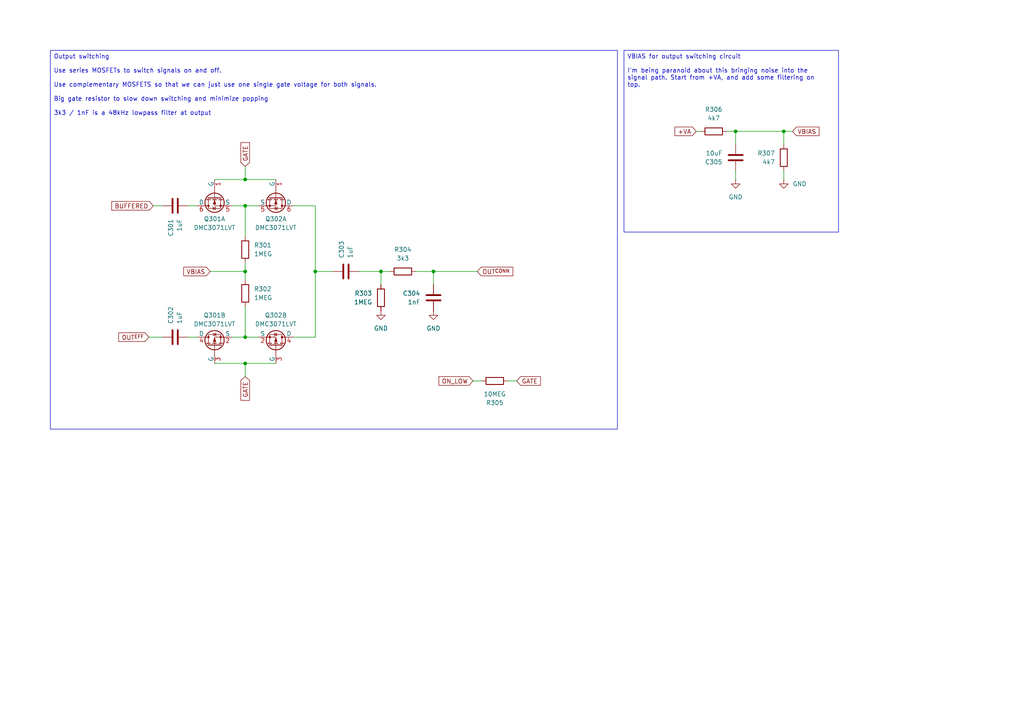
<source format=kicad_sch>
(kicad_sch (version 20250114) (generator "eeschema") (generator_version "9.0")
  (paper "A4")
  (lib_symbols
    (symbol "Device:C" (pin_numbers (hide yes)) (pin_names (offset 0.254))
      (property "Reference" "C" (at 0.635 2.54 0))
      (property "Value" "C" (at 0.635 -2.54 0))
      (symbol "C_0_1"
        (polyline (pts (xy -2.032 0.762) (xy 2.032 0.762)) (stroke (width 0.508)))
        (polyline (pts (xy -2.032 -0.762) (xy 2.032 -0.762)) (stroke (width 0.508)))
      )
      (symbol "C_1_1"
        (pin passive line (at 0 3.81 270) (length 2.794) (name "~") (number "1"))
        (pin passive line (at 0 -3.81 90) (length 2.794) (name "~") (number "2"))
      )
    )
    (symbol "Device:R" (pin_numbers (hide yes)) (pin_names (offset 0))
      (property "Reference" "R" (at 2.032 0 90))
      (property "Value" "R" (at 0 0 90))
      (symbol "R_0_1"
        (rectangle (start -1.016 -2.54) (end 1.016 2.54) (stroke (width 0.254)))
      )
      (symbol "R_1_1"
        (pin passive line (at 0 3.81 270) (length 1.27) (name "~") (number "1"))
        (pin passive line (at 0 -3.81 90) (length 1.27) (name "~") (number "2"))
      )
    )
    (symbol "Mylib:DMC3071LVT" (pin_names (offset 0))
      (property "Reference" "Q" (at 2.54 1.905 0))
      (property "Value" "DMC3071LVT" (at 2.54 0 0))
      (symbol "DMC3071LVT_0_1"
        (polyline (pts (xy -2.286 1.905) (xy -2.286 -1.905)) (stroke (width 0.254)))
        (polyline (pts (xy -2.286 0) (xy -5.08 0)))
        (polyline (pts (xy -1.778 2.286) (xy -1.778 1.27)) (stroke (width 0.254)))
        (polyline (pts (xy -1.778 0.508) (xy -1.778 -0.508)) (stroke (width 0.254)))
        (polyline (pts (xy -1.778 -1.27) (xy -1.778 -2.286)) (stroke (width 0.254)))
        (polyline (pts (xy -1.778 -1.778) (xy 0.762 -1.778) (xy 0.762 1.778) (xy -1.778 1.778)))
        (circle (center -0.889 0) (radius 2.794) (stroke (width 0.254)))
        (polyline (pts (xy 0 2.54) (xy 0 1.778)))
        (circle (center 0 1.778) (radius 0.254) (fill (type outline)))
        (circle (center 0 -1.778) (radius 0.254) (fill (type outline)))
        (polyline (pts (xy 0 -2.54) (xy 0 0) (xy -1.778 0)))
      )
      (symbol "DMC3071LVT_1_1"
        (polyline (pts (xy -1.524 0) (xy -0.508 0.381) (xy -0.508 -0.381) (xy -1.524 0)) (fill (type outline)))
        (polyline (pts (xy 0.254 0.508) (xy 0.381 0.381) (xy 1.143 0.381) (xy 1.27 0.254)))
        (polyline (pts (xy 0.762 0.381) (xy 0.381 -0.254) (xy 1.143 -0.254) (xy 0.762 0.381)))
        (pin passive line (at -7.62 0 0) (length 2.54) (name "G") (number "1"))
        (pin passive line (at 0 5.08 270) (length 2.54) (name "D") (number "6"))
        (pin passive line (at 0 -5.08 90) (length 2.54) (name "S") (number "5"))
      )
      (symbol "DMC3071LVT_2_1"
        (polyline (pts (xy -0.254 0) (xy -1.27 0.381) (xy -1.27 -0.381) (xy -0.254 0)) (fill (type outline)))
        (polyline (pts (xy 0.254 -0.508) (xy 0.381 -0.381) (xy 1.143 -0.381) (xy 1.27 -0.254)))
        (polyline (pts (xy 0.762 -0.381) (xy 0.381 0.254) (xy 1.143 0.254) (xy 0.762 -0.381)))
        (pin passive line (at -7.62 0 0) (length 2.54) (name "G") (number "3"))
        (pin passive line (at 0 5.08 270) (length 2.54) (name "D") (number "4"))
        (pin passive line (at 0 -5.08 90) (length 2.54) (name "S") (number "2"))
      )
    )
    (symbol "power:GND" (power) (pin_numbers (hide yes)) (pin_names (offset 0) (hide yes))
      (property "Value" "GND" (at 0 -3.81 0))
      (symbol "GND_0_1"
        (polyline (pts (xy 0 0) (xy 0 -1.27) (xy 1.27 -1.27) (xy 0 -2.54) (xy -1.27 -1.27) (xy 0 -1.27)))
      )
      (symbol "GND_1_1"
        (pin power_in line (at 0 0 270) (length 0) (name "~") (number "1"))
      )
    )
  )
  (text_box "Output switching\n\nUse series MOSFETs to switch signals on and off. \n\nUse complementary MOSFETS so that we can just use one single gate voltage for both signals.\n\nBig gate resistor to slow down switching and minimize popping\n\n3k3 / 1nF is a 48kHz lowpass filter at output\n" (at 14.605 14.605 0) (size 164.465 109.855) (margins 0.9525 0.9525 0.9525 0.9525) (effects (font (size 1.27 1.27)) (justify left top)))
  (text_box "VBIAS for output switching circuit\n\nI'm being paranoid about this bringing noise into the\nsignal path. Start from +VA, and add some filtering on\ntop." (at 180.975 14.605 0) (size 62.23 52.705) (margins 0.9525 0.9525 0.9525 0.9525) (effects (font (size 1.27 1.27)) (justify left top)))
  (junction (at 71.12 52.07))
  (junction (at 71.12 105.41))
  (junction (at 71.12 97.79))
  (junction (at 91.44 78.74))
  (junction (at 71.12 78.74))
  (junction (at 125.73 78.74))
  (junction (at 110.49 78.74))
  (junction (at 227.33 38.1))
  (junction (at 213.36 38.1))
  (junction (at 71.12 59.69))
  (wire (pts (xy 54.61 59.69) (xy 57.15 59.69)))
  (wire (pts (xy 67.31 97.79) (xy 71.12 97.79)))
  (wire (pts (xy 137.16 110.49) (xy 139.7 110.49)))
  (wire (pts (xy 227.33 41.91) (xy 227.33 38.1)))
  (wire (pts (xy 104.14 78.74) (xy 110.49 78.74)))
  (wire (pts (xy 91.44 59.69) (xy 91.44 78.74)))
  (wire (pts (xy 85.09 97.79) (xy 91.44 97.79)))
  (wire (pts (xy 62.23 52.07) (xy 71.12 52.07)))
  (wire (pts (xy 62.23 105.41) (xy 71.12 105.41)))
  (wire (pts (xy 91.44 78.74) (xy 96.52 78.74)))
  (wire (pts (xy 147.32 110.49) (xy 149.86 110.49)))
  (wire (pts (xy 71.12 59.69) (xy 74.93 59.69)))
  (wire (pts (xy 71.12 78.74) (xy 71.12 81.28)))
  (wire (pts (xy 213.36 38.1) (xy 227.33 38.1)))
  (wire (pts (xy 71.12 97.79) (xy 74.93 97.79)))
  (wire (pts (xy 67.31 59.69) (xy 71.12 59.69)))
  (wire (pts (xy 54.61 97.79) (xy 57.15 97.79)))
  (wire (pts (xy 71.12 88.9) (xy 71.12 97.79)))
  (wire (pts (xy 213.36 49.53) (xy 213.36 52.07)))
  (wire (pts (xy 44.45 59.69) (xy 46.99 59.69)))
  (wire (pts (xy 71.12 48.26) (xy 71.12 52.07)))
  (wire (pts (xy 71.12 109.22) (xy 71.12 105.41)))
  (wire (pts (xy 71.12 105.41) (xy 80.01 105.41)))
  (wire (pts (xy 85.09 59.69) (xy 91.44 59.69)))
  (wire (pts (xy 43.18 97.79) (xy 46.99 97.79)))
  (wire (pts (xy 60.96 78.74) (xy 71.12 78.74)))
  (wire (pts (xy 227.33 38.1) (xy 229.87 38.1)))
  (wire (pts (xy 125.73 78.74) (xy 138.43 78.74)))
  (wire (pts (xy 91.44 78.74) (xy 91.44 97.79)))
  (wire (pts (xy 71.12 52.07) (xy 80.01 52.07)))
  (wire (pts (xy 210.82 38.1) (xy 213.36 38.1)))
  (wire (pts (xy 71.12 78.74) (xy 71.12 76.2)))
  (wire (pts (xy 125.73 78.74) (xy 125.73 82.55)))
  (wire (pts (xy 110.49 78.74) (xy 110.49 82.55)))
  (wire (pts (xy 201.93 38.1) (xy 203.2 38.1)))
  (wire (pts (xy 110.49 78.74) (xy 113.03 78.74)))
  (wire (pts (xy 120.65 78.74) (xy 125.73 78.74)))
  (wire (pts (xy 227.33 49.53) (xy 227.33 52.07)))
  (wire (pts (xy 213.36 38.1) (xy 213.36 41.91)))
  (wire (pts (xy 71.12 59.69) (xy 71.12 68.58)))
  (global_label "ON_LOW" (shape input) (at 137.16 110.49 180) (property "Intersheetrefs" "${INTERSHEET_REFS}" (effects (hide yes))))
  (global_label "BUFFERED" (shape input) (at 44.45 59.69 180) (property "Intersheetrefs" "${INTERSHEET_REFS}" (effects (hide yes))))
  (global_label "VBIAS" (shape input) (at 229.87 38.1 0) (property "Intersheetrefs" "${INTERSHEET_REFS}" (effects (hide yes))))
  (global_label "OUT^{CONN}" (shape input) (at 138.43 78.74 0) (property "Intersheetrefs" "${INTERSHEET_REFS}" (effects (hide yes))))
  (global_label "GATE" (shape input) (at 71.12 48.26 90) (property "Intersheetrefs" "${INTERSHEET_REFS}" (effects (hide yes))))
  (global_label "+VA" (shape input) (at 201.93 38.1 180) (property "Intersheetrefs" "${INTERSHEET_REFS}" (effects (hide yes))))
  (global_label "GATE" (shape input) (at 71.12 109.22 270) (property "Intersheetrefs" "${INTERSHEET_REFS}" (effects (hide yes))))
  (global_label "GATE" (shape input) (at 149.86 110.49 0) (property "Intersheetrefs" "${INTERSHEET_REFS}" (effects (hide yes))))
  (global_label "OUT^{EFF}" (shape input) (at 43.18 97.79 180) (property "Intersheetrefs" "${INTERSHEET_REFS}" (effects (hide yes))))
  (global_label "VBIAS" (shape input) (at 60.96 78.74 180) (property "Intersheetrefs" "${INTERSHEET_REFS}" (effects (hide yes))))
  (symbol (lib_id "Device:R") (at 110.49 86.36 0) (mirror x) (unit 1)
    (property "Reference" "R303" (at 107.95 85.0899 0) (effects (justify right)))
    (property "Value" "1MEG" (at 107.95 87.6299 0) (effects (justify right)))
    (property "Footprint" "Resistor_SMD:R_0805_2012Metric" (effects (hide yes)))
    (property "Description" "Resistor" (effects (hide yes)))
  )
  (symbol (lib_id "Mylib:DMC3071LVT") (at 62.23 59.69 90) (mirror x) (unit 1)
    (property "Reference" "Q301" (at 62.23 63.5 90))
    (property "Value" "DMC3071LVT" (at 62.23 66.04 90))
    (property "Footprint" "Package_TO_SOT_SMD:TSOT-23-6" (effects (hide yes)))
    (property "Datasheet" "https://www.diodes.com/datasheet/download/DMC3071LVT.pdf" (effects (hide yes)))
    (property "Description" "Complementary pair enhancement mode MOSFET, TSOT-23-6" (effects (hide yes)))
    (property "Sim.Library" "spice/DMC3071LVT.lib" (effects (hide yes)))
    (property "Sim.Name" "DMC3071LVT" (effects (hide yes)))
    (property "Sim.Device" "SUBCKT" (effects (hide yes)))
    (property "Sim.Pins" "1=G1 2=S2 3=G2 4=D2 5=S1 6=D1" (effects (hide yes)))
  )
  (symbol (lib_id "Device:C") (at 50.8 97.79 90) (unit 1)
    (property "Reference" "C302" (at 49.5299 93.98 0) (effects (justify left)))
    (property "Value" "1uF" (at 52.0699 93.98 0) (effects (justify left)))
    (property "Footprint" "Capacitor_SMD:C_1206_3216Metric" (effects (hide yes)))
    (property "Description" "Unpolarized capacitor" (effects (hide yes)))
  )
  (symbol (lib_id "Device:R") (at 143.51 110.49 90) (mirror x) (unit 1)
    (property "Reference" "R305" (at 143.51 116.84 90))
    (property "Value" "10MEG" (at 143.51 114.3 90))
    (property "Footprint" "Resistor_SMD:R_0805_2012Metric" (effects (hide yes)))
    (property "Description" "Resistor" (effects (hide yes)))
  )
  (symbol (lib_id "Device:C") (at 50.8 59.69 90) (mirror x) (unit 1)
    (property "Reference" "C301" (at 49.5299 63.5 0) (effects (justify left)))
    (property "Value" "1uF" (at 52.0699 63.5 0) (effects (justify left)))
    (property "Footprint" "Capacitor_SMD:C_1206_3216Metric" (effects (hide yes)))
    (property "Description" "Unpolarized capacitor" (effects (hide yes)))
  )
  (symbol (lib_id "Device:R") (at 71.12 85.09 0) (unit 1)
    (property "Reference" "R302" (at 73.66 83.8199 0) (effects (justify left)))
    (property "Value" "1MEG" (at 73.66 86.3599 0) (effects (justify left)))
    (property "Footprint" "Resistor_SMD:R_0805_2012Metric" (effects (hide yes)))
    (property "Description" "Resistor" (effects (hide yes)))
  )
  (symbol (lib_id "Device:R") (at 207.01 38.1 270) (unit 1)
    (property "Reference" "R306" (at 207.01 31.75 90))
    (property "Value" "4k7" (at 207.01 34.29 90))
    (property "Footprint" "Resistor_SMD:R_0805_2012Metric" (effects (hide yes)))
    (property "Description" "Resistor" (effects (hide yes)))
  )
  (symbol (lib_id "power:GND") (at 213.36 52.07 0) (unit 1)
    (property "Reference" "#PWR0303" (effects (hide yes)))
    (property "Value" "GND" (at 213.36 57.15 0))
    (property "Description" "Power symbol creates a global label with name \"GND\" , ground" (effects (hide yes)))
  )
  (symbol (lib_id "Device:R") (at 116.84 78.74 90) (unit 1)
    (property "Reference" "R304" (at 116.84 72.39 90))
    (property "Value" "3k3" (at 116.84 74.93 90))
    (property "Footprint" "Resistor_SMD:R_0805_2012Metric" (effects (hide yes)))
    (property "Description" "Resistor" (effects (hide yes)))
  )
  (symbol (lib_id "Device:C") (at 213.36 45.72 180) (unit 1)
    (property "Reference" "C305" (at 209.55 46.9901 0) (effects (justify left)))
    (property "Value" "10uF" (at 209.55 44.4501 0) (effects (justify left)))
    (property "Footprint" "Capacitor_SMD:C_1206_3216Metric" (effects (hide yes)))
    (property "Description" "Unpolarized capacitor" (effects (hide yes)))
  )
  (symbol (lib_id "Device:C") (at 125.73 86.36 0) (mirror y) (unit 1)
    (property "Reference" "C304" (at 121.92 85.0899 0) (effects (justify left)))
    (property "Value" "1nF" (at 121.92 87.6299 0) (effects (justify left)))
    (property "Footprint" "Capacitor_SMD:C_0805_2012Metric" (effects (hide yes)))
    (property "Description" "Unpolarized capacitor" (effects (hide yes)))
  )
  (symbol (lib_id "power:GND") (at 110.49 90.17 0) (unit 1)
    (property "Reference" "#PWR0301" (effects (hide yes)))
    (property "Value" "GND" (at 110.49 95.25 0))
    (property "Description" "Power symbol creates a global label with name \"GND\" , ground" (effects (hide yes)))
  )
  (symbol (lib_id "Device:R") (at 227.33 45.72 0) (mirror x) (unit 1)
    (property "Reference" "R307" (at 224.79 44.4499 0) (effects (justify right)))
    (property "Value" "4k7" (at 224.79 46.9899 0) (effects (justify right)))
    (property "Footprint" "Resistor_SMD:R_0805_2012Metric" (effects (hide yes)))
    (property "Description" "Resistor" (effects (hide yes)))
  )
  (symbol (lib_id "power:GND") (at 227.33 52.07 0) (unit 1)
    (property "Reference" "#PWR0305" (effects (hide yes)))
    (property "Value" "GND" (at 229.87 53.3399 0) (effects (justify left)))
    (property "Description" "Power symbol creates a global label with name \"GND\" , ground" (effects (hide yes)))
  )
  (symbol (lib_id "power:GND") (at 125.73 90.17 0) (unit 1)
    (property "Reference" "#PWR0302" (effects (hide yes)))
    (property "Value" "GND" (at 125.73 95.25 0))
    (property "Description" "Power symbol creates a global label with name \"GND\" , ground" (effects (hide yes)))
  )
  (symbol (lib_id "Mylib:DMC3071LVT") (at 62.23 97.79 90) (unit 2)
    (property "Reference" "Q301" (at 62.23 91.44 90))
    (property "Value" "DMC3071LVT" (at 62.23 93.98 90))
    (property "Footprint" "Package_TO_SOT_SMD:TSOT-23-6" (effects (hide yes)))
    (property "Datasheet" "https://www.diodes.com/datasheet/download/DMC3071LVT.pdf" (effects (hide yes)))
    (property "Description" "Complementary pair enhancement mode MOSFET, TSOT-23-6" (effects (hide yes)))
    (property "Sim.Library" "spice/DMC3071LVT.lib" (effects (hide yes)))
    (property "Sim.Name" "DMC3071LVT" (effects (hide yes)))
    (property "Sim.Device" "SUBCKT" (effects (hide yes)))
    (property "Sim.Pins" "1=G1 2=S2 3=G2 4=D2 5=S1 6=D1" (effects (hide yes)))
  )
  (symbol (lib_id "Device:C") (at 100.33 78.74 90) (unit 1)
    (property "Reference" "C303" (at 99.0599 74.93 0) (effects (justify left)))
    (property "Value" "1uF" (at 101.5999 74.93 0) (effects (justify left)))
    (property "Footprint" "Capacitor_SMD:C_1206_3216Metric" (effects (hide yes)))
    (property "Description" "Unpolarized capacitor" (effects (hide yes)))
  )
  (symbol (lib_id "Device:R") (at 71.12 72.39 0) (unit 1)
    (property "Reference" "R301" (at 73.66 71.1199 0) (effects (justify left)))
    (property "Value" "1MEG" (at 73.66 73.6599 0) (effects (justify left)))
    (property "Footprint" "Resistor_SMD:R_0805_2012Metric" (effects (hide yes)))
    (property "Description" "Resistor" (effects (hide yes)))
  )
  (symbol (lib_id "Mylib:DMC3071LVT") (at 80.01 59.69 270) (unit 1)
    (property "Reference" "Q302" (at 80.01 63.5 90))
    (property "Value" "DMC3071LVT" (at 80.01 66.04 90))
    (property "Footprint" "Package_TO_SOT_SMD:TSOT-23-6" (effects (hide yes)))
    (property "Datasheet" "https://www.diodes.com/datasheet/download/DMC3071LVT.pdf" (effects (hide yes)))
    (property "Description" "Complementary pair enhancement mode MOSFET, TSOT-23-6" (effects (hide yes)))
    (property "Sim.Library" "spice/DMC3071LVT.lib" (effects (hide yes)))
    (property "Sim.Name" "DMC3071LVT" (effects (hide yes)))
    (property "Sim.Device" "SUBCKT" (effects (hide yes)))
    (property "Sim.Pins" "1=G1 2=S2 3=G2 4=D2 5=S1 6=D1" (effects (hide yes)))
  )
  (symbol (lib_id "Mylib:DMC3071LVT") (at 80.01 97.79 270) (mirror x) (unit 2)
    (property "Reference" "Q302" (at 80.01 91.44 90))
    (property "Value" "DMC3071LVT" (at 80.01 93.98 90))
    (property "Footprint" "Package_TO_SOT_SMD:TSOT-23-6" (effects (hide yes)))
    (property "Datasheet" "https://www.diodes.com/datasheet/download/DMC3071LVT.pdf" (effects (hide yes)))
    (property "Description" "Complementary pair enhancement mode MOSFET, TSOT-23-6" (effects (hide yes)))
    (property "Sim.Library" "spice/DMC3071LVT.lib" (effects (hide yes)))
    (property "Sim.Name" "DMC3071LVT" (effects (hide yes)))
    (property "Sim.Device" "SUBCKT" (effects (hide yes)))
    (property "Sim.Pins" "1=G1 2=S2 3=G2 4=D2 5=S1 6=D1" (effects (hide yes)))
  )
)
</source>
